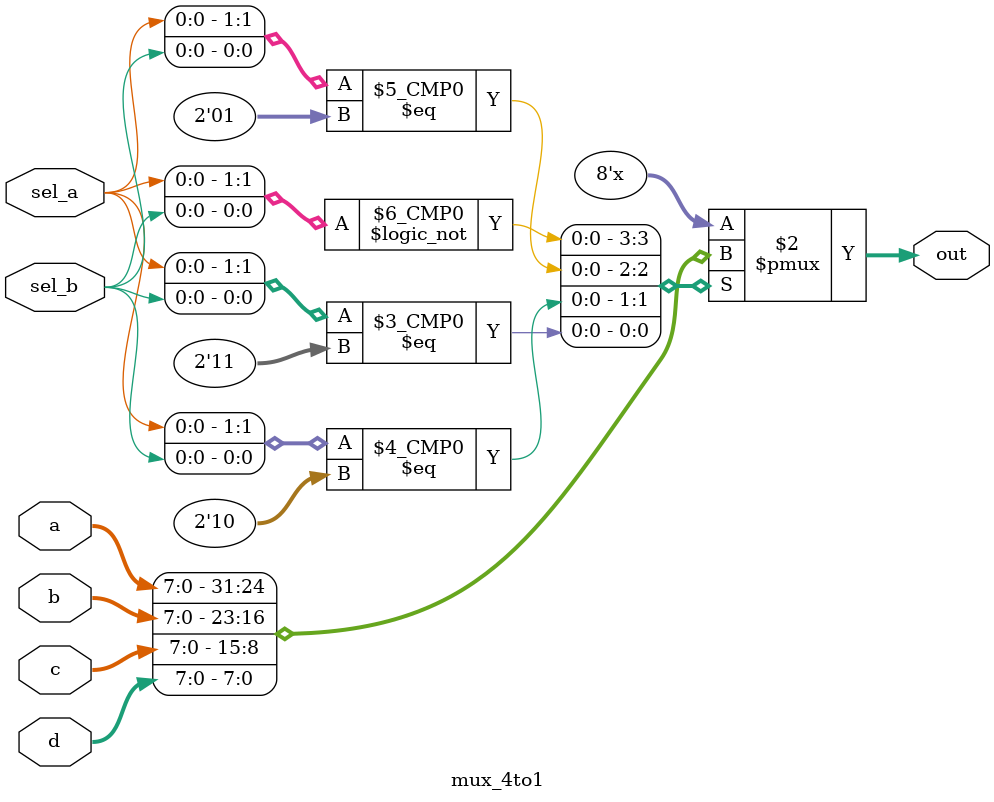
<source format=v>
module mux_parity (
    input [7:0] a, // 8-bit input a
    input [7:0] b, // 8-bit input b
    input [7:0] c, // 8-bit input c
    input [7:0] d, // 8-bit input d
    input sel_a, // Select input 1 for 4-to-1 MUX
    input sel_b, // Select input 2 for 4-to-1 MUX
    output reg [7:0] out, // 8-bit output with parity bit removed
    output reg error_flag // Error flag, set to 1 if there is a parity error
);

// 4-to-1 MUX
wire [7:0] mux_out;
mux_4to1 mux_inst (
    .a(a),
    .b(b),
    .c(c),
    .d(d),
    .sel_a(sel_a),
    .sel_b(sel_b),
    .out(mux_out)
);

// Parity bit checker
wire [7:0] data_in;
assign data_in = mux_out;
wire parity_bit;
assign parity_bit = ^data_in;
always @* begin
    if (parity_bit == 1'b1) begin
        error_flag = 1'b1;
        out = 8'b0;
    end else begin
        error_flag = 1'b0;
        out = data_in;
    end
end

endmodule

// 4-to-1 MUX module
module mux_4to1 (
    input [7:0] a, // 8-bit input a
    input [7:0] b, // 8-bit input b
    input [7:0] c, // 8-bit input c
    input [7:0] d, // 8-bit input d
    input sel_a, // Select input 1 for 4-to-1 MUX
    input sel_b, // Select input 2 for 4-to-1 MUX
    output reg [7:0] out // 8-bit output
);

always @* begin
    case ({sel_a, sel_b})
        2'b00: out = a;
        2'b01: out = b;
        2'b10: out = c;
        2'b11: out = d;
    endcase
end

endmodule
</source>
